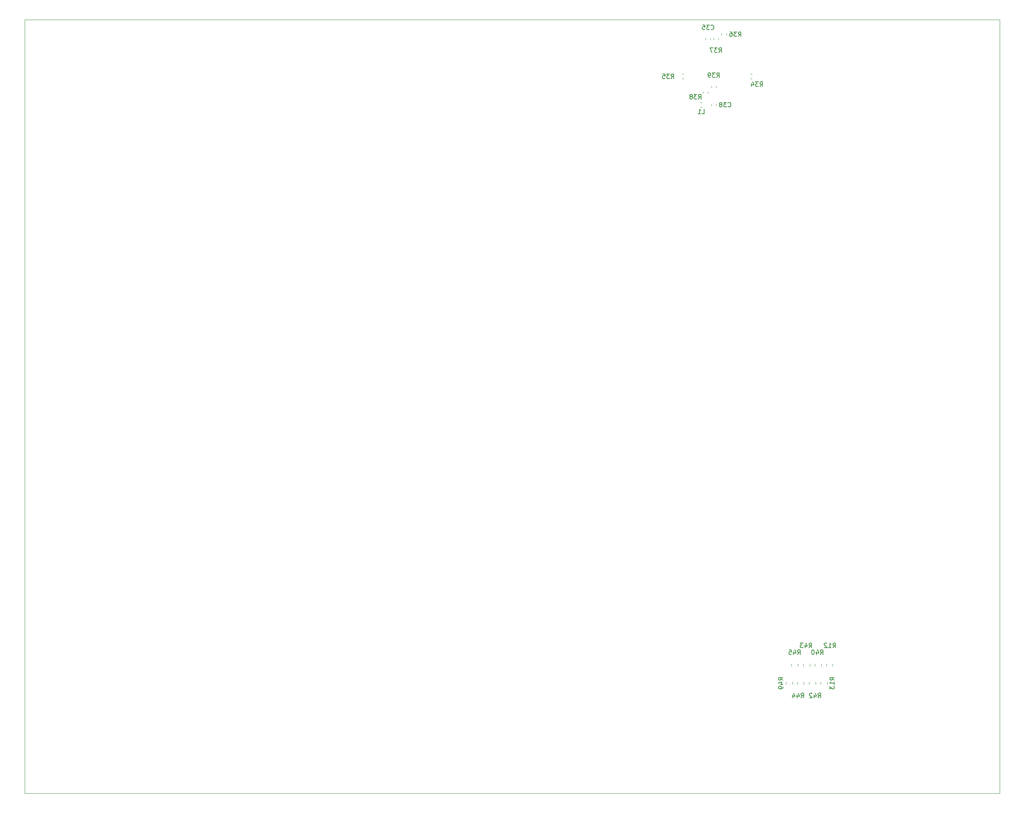
<source format=gbr>
%TF.GenerationSoftware,KiCad,Pcbnew,5.1.0-060a0da~80~ubuntu18.04.1*%
%TF.CreationDate,2019-04-17T18:28:31-04:00*%
%TF.ProjectId,C68,4336382e-6b69-4636-9164-5f7063625858,rev?*%
%TF.SameCoordinates,Original*%
%TF.FileFunction,Legend,Bot*%
%TF.FilePolarity,Positive*%
%FSLAX46Y46*%
G04 Gerber Fmt 4.6, Leading zero omitted, Abs format (unit mm)*
G04 Created by KiCad (PCBNEW 5.1.0-060a0da~80~ubuntu18.04.1) date 2019-04-17 18:28:31*
%MOMM*%
%LPD*%
G04 APERTURE LIST*
%ADD10C,0.050000*%
%ADD11C,0.120000*%
%ADD12C,0.150000*%
G04 APERTURE END LIST*
D10*
X304000000Y-210000000D02*
X90000000Y-210000000D01*
X304000000Y-40000000D02*
X304000000Y-210000000D01*
X90000000Y-40000000D02*
X304000000Y-40000000D01*
X90000000Y-210000000D02*
X90000000Y-40000000D01*
D11*
X240510000Y-44078733D02*
X240510000Y-44421267D01*
X239490000Y-44078733D02*
X239490000Y-44421267D01*
X241760000Y-58921267D02*
X241760000Y-58578733D01*
X240740000Y-58921267D02*
X240740000Y-58578733D01*
X238671267Y-59260000D02*
X238328733Y-59260000D01*
X238671267Y-58240000D02*
X238328733Y-58240000D01*
X249671267Y-51990000D02*
X249328733Y-51990000D01*
X249671267Y-53010000D02*
X249328733Y-53010000D01*
X234328733Y-51990000D02*
X234671267Y-51990000D01*
X234328733Y-53010000D02*
X234671267Y-53010000D01*
X244010000Y-43421267D02*
X244010000Y-43078733D01*
X242990000Y-43421267D02*
X242990000Y-43078733D01*
X242260000Y-44078733D02*
X242260000Y-44421267D01*
X241240000Y-44078733D02*
X241240000Y-44421267D01*
X240010000Y-56171267D02*
X240010000Y-55828733D01*
X238990000Y-56171267D02*
X238990000Y-55828733D01*
X241760000Y-54578733D02*
X241760000Y-54921267D01*
X240740000Y-54578733D02*
X240740000Y-54921267D01*
X267360000Y-182011252D02*
X267360000Y-181488748D01*
X265940000Y-182011252D02*
X265940000Y-181488748D01*
X264690000Y-186011252D02*
X264690000Y-185488748D01*
X266110000Y-186011252D02*
X266110000Y-185488748D01*
X264860000Y-182011252D02*
X264860000Y-181488748D01*
X263440000Y-182011252D02*
X263440000Y-181488748D01*
X262190000Y-186011252D02*
X262190000Y-185488748D01*
X263610000Y-186011252D02*
X263610000Y-185488748D01*
X262310000Y-182011252D02*
X262310000Y-181488748D01*
X260890000Y-182011252D02*
X260890000Y-181488748D01*
X259590000Y-186011252D02*
X259590000Y-185488748D01*
X261010000Y-186011252D02*
X261010000Y-185488748D01*
X259710000Y-182011252D02*
X259710000Y-181488748D01*
X258290000Y-182011252D02*
X258290000Y-181488748D01*
X258510000Y-186011252D02*
X258510000Y-185488748D01*
X257090000Y-186011252D02*
X257090000Y-185488748D01*
D12*
X240642857Y-42107142D02*
X240690476Y-42154761D01*
X240833333Y-42202380D01*
X240928571Y-42202380D01*
X241071428Y-42154761D01*
X241166666Y-42059523D01*
X241214285Y-41964285D01*
X241261904Y-41773809D01*
X241261904Y-41630952D01*
X241214285Y-41440476D01*
X241166666Y-41345238D01*
X241071428Y-41250000D01*
X240928571Y-41202380D01*
X240833333Y-41202380D01*
X240690476Y-41250000D01*
X240642857Y-41297619D01*
X240309523Y-41202380D02*
X239690476Y-41202380D01*
X240023809Y-41583333D01*
X239880952Y-41583333D01*
X239785714Y-41630952D01*
X239738095Y-41678571D01*
X239690476Y-41773809D01*
X239690476Y-42011904D01*
X239738095Y-42107142D01*
X239785714Y-42154761D01*
X239880952Y-42202380D01*
X240166666Y-42202380D01*
X240261904Y-42154761D01*
X240309523Y-42107142D01*
X238785714Y-41202380D02*
X239261904Y-41202380D01*
X239309523Y-41678571D01*
X239261904Y-41630952D01*
X239166666Y-41583333D01*
X238928571Y-41583333D01*
X238833333Y-41630952D01*
X238785714Y-41678571D01*
X238738095Y-41773809D01*
X238738095Y-42011904D01*
X238785714Y-42107142D01*
X238833333Y-42154761D01*
X238928571Y-42202380D01*
X239166666Y-42202380D01*
X239261904Y-42154761D01*
X239309523Y-42107142D01*
X244392857Y-59107142D02*
X244440476Y-59154761D01*
X244583333Y-59202380D01*
X244678571Y-59202380D01*
X244821428Y-59154761D01*
X244916666Y-59059523D01*
X244964285Y-58964285D01*
X245011904Y-58773809D01*
X245011904Y-58630952D01*
X244964285Y-58440476D01*
X244916666Y-58345238D01*
X244821428Y-58250000D01*
X244678571Y-58202380D01*
X244583333Y-58202380D01*
X244440476Y-58250000D01*
X244392857Y-58297619D01*
X244059523Y-58202380D02*
X243440476Y-58202380D01*
X243773809Y-58583333D01*
X243630952Y-58583333D01*
X243535714Y-58630952D01*
X243488095Y-58678571D01*
X243440476Y-58773809D01*
X243440476Y-59011904D01*
X243488095Y-59107142D01*
X243535714Y-59154761D01*
X243630952Y-59202380D01*
X243916666Y-59202380D01*
X244011904Y-59154761D01*
X244059523Y-59107142D01*
X242869047Y-58630952D02*
X242964285Y-58583333D01*
X243011904Y-58535714D01*
X243059523Y-58440476D01*
X243059523Y-58392857D01*
X243011904Y-58297619D01*
X242964285Y-58250000D01*
X242869047Y-58202380D01*
X242678571Y-58202380D01*
X242583333Y-58250000D01*
X242535714Y-58297619D01*
X242488095Y-58392857D01*
X242488095Y-58440476D01*
X242535714Y-58535714D01*
X242583333Y-58583333D01*
X242678571Y-58630952D01*
X242869047Y-58630952D01*
X242964285Y-58678571D01*
X243011904Y-58726190D01*
X243059523Y-58821428D01*
X243059523Y-59011904D01*
X243011904Y-59107142D01*
X242964285Y-59154761D01*
X242869047Y-59202380D01*
X242678571Y-59202380D01*
X242583333Y-59154761D01*
X242535714Y-59107142D01*
X242488095Y-59011904D01*
X242488095Y-58821428D01*
X242535714Y-58726190D01*
X242583333Y-58678571D01*
X242678571Y-58630952D01*
X238666666Y-60702380D02*
X239142857Y-60702380D01*
X239142857Y-59702380D01*
X237809523Y-60702380D02*
X238380952Y-60702380D01*
X238095238Y-60702380D02*
X238095238Y-59702380D01*
X238190476Y-59845238D01*
X238285714Y-59940476D01*
X238380952Y-59988095D01*
X251392857Y-54702380D02*
X251726190Y-54226190D01*
X251964285Y-54702380D02*
X251964285Y-53702380D01*
X251583333Y-53702380D01*
X251488095Y-53750000D01*
X251440476Y-53797619D01*
X251392857Y-53892857D01*
X251392857Y-54035714D01*
X251440476Y-54130952D01*
X251488095Y-54178571D01*
X251583333Y-54226190D01*
X251964285Y-54226190D01*
X251059523Y-53702380D02*
X250440476Y-53702380D01*
X250773809Y-54083333D01*
X250630952Y-54083333D01*
X250535714Y-54130952D01*
X250488095Y-54178571D01*
X250440476Y-54273809D01*
X250440476Y-54511904D01*
X250488095Y-54607142D01*
X250535714Y-54654761D01*
X250630952Y-54702380D01*
X250916666Y-54702380D01*
X251011904Y-54654761D01*
X251059523Y-54607142D01*
X249583333Y-54035714D02*
X249583333Y-54702380D01*
X249821428Y-53654761D02*
X250059523Y-54369047D01*
X249440476Y-54369047D01*
X231892857Y-52952380D02*
X232226190Y-52476190D01*
X232464285Y-52952380D02*
X232464285Y-51952380D01*
X232083333Y-51952380D01*
X231988095Y-52000000D01*
X231940476Y-52047619D01*
X231892857Y-52142857D01*
X231892857Y-52285714D01*
X231940476Y-52380952D01*
X231988095Y-52428571D01*
X232083333Y-52476190D01*
X232464285Y-52476190D01*
X231559523Y-51952380D02*
X230940476Y-51952380D01*
X231273809Y-52333333D01*
X231130952Y-52333333D01*
X231035714Y-52380952D01*
X230988095Y-52428571D01*
X230940476Y-52523809D01*
X230940476Y-52761904D01*
X230988095Y-52857142D01*
X231035714Y-52904761D01*
X231130952Y-52952380D01*
X231416666Y-52952380D01*
X231511904Y-52904761D01*
X231559523Y-52857142D01*
X230035714Y-51952380D02*
X230511904Y-51952380D01*
X230559523Y-52428571D01*
X230511904Y-52380952D01*
X230416666Y-52333333D01*
X230178571Y-52333333D01*
X230083333Y-52380952D01*
X230035714Y-52428571D01*
X229988095Y-52523809D01*
X229988095Y-52761904D01*
X230035714Y-52857142D01*
X230083333Y-52904761D01*
X230178571Y-52952380D01*
X230416666Y-52952380D01*
X230511904Y-52904761D01*
X230559523Y-52857142D01*
X246642857Y-43702380D02*
X246976190Y-43226190D01*
X247214285Y-43702380D02*
X247214285Y-42702380D01*
X246833333Y-42702380D01*
X246738095Y-42750000D01*
X246690476Y-42797619D01*
X246642857Y-42892857D01*
X246642857Y-43035714D01*
X246690476Y-43130952D01*
X246738095Y-43178571D01*
X246833333Y-43226190D01*
X247214285Y-43226190D01*
X246309523Y-42702380D02*
X245690476Y-42702380D01*
X246023809Y-43083333D01*
X245880952Y-43083333D01*
X245785714Y-43130952D01*
X245738095Y-43178571D01*
X245690476Y-43273809D01*
X245690476Y-43511904D01*
X245738095Y-43607142D01*
X245785714Y-43654761D01*
X245880952Y-43702380D01*
X246166666Y-43702380D01*
X246261904Y-43654761D01*
X246309523Y-43607142D01*
X244833333Y-42702380D02*
X245023809Y-42702380D01*
X245119047Y-42750000D01*
X245166666Y-42797619D01*
X245261904Y-42940476D01*
X245309523Y-43130952D01*
X245309523Y-43511904D01*
X245261904Y-43607142D01*
X245214285Y-43654761D01*
X245119047Y-43702380D01*
X244928571Y-43702380D01*
X244833333Y-43654761D01*
X244785714Y-43607142D01*
X244738095Y-43511904D01*
X244738095Y-43273809D01*
X244785714Y-43178571D01*
X244833333Y-43130952D01*
X244928571Y-43083333D01*
X245119047Y-43083333D01*
X245214285Y-43130952D01*
X245261904Y-43178571D01*
X245309523Y-43273809D01*
X242392857Y-47202380D02*
X242726190Y-46726190D01*
X242964285Y-47202380D02*
X242964285Y-46202380D01*
X242583333Y-46202380D01*
X242488095Y-46250000D01*
X242440476Y-46297619D01*
X242392857Y-46392857D01*
X242392857Y-46535714D01*
X242440476Y-46630952D01*
X242488095Y-46678571D01*
X242583333Y-46726190D01*
X242964285Y-46726190D01*
X242059523Y-46202380D02*
X241440476Y-46202380D01*
X241773809Y-46583333D01*
X241630952Y-46583333D01*
X241535714Y-46630952D01*
X241488095Y-46678571D01*
X241440476Y-46773809D01*
X241440476Y-47011904D01*
X241488095Y-47107142D01*
X241535714Y-47154761D01*
X241630952Y-47202380D01*
X241916666Y-47202380D01*
X242011904Y-47154761D01*
X242059523Y-47107142D01*
X241107142Y-46202380D02*
X240440476Y-46202380D01*
X240869047Y-47202380D01*
X237892857Y-57452380D02*
X238226190Y-56976190D01*
X238464285Y-57452380D02*
X238464285Y-56452380D01*
X238083333Y-56452380D01*
X237988095Y-56500000D01*
X237940476Y-56547619D01*
X237892857Y-56642857D01*
X237892857Y-56785714D01*
X237940476Y-56880952D01*
X237988095Y-56928571D01*
X238083333Y-56976190D01*
X238464285Y-56976190D01*
X237559523Y-56452380D02*
X236940476Y-56452380D01*
X237273809Y-56833333D01*
X237130952Y-56833333D01*
X237035714Y-56880952D01*
X236988095Y-56928571D01*
X236940476Y-57023809D01*
X236940476Y-57261904D01*
X236988095Y-57357142D01*
X237035714Y-57404761D01*
X237130952Y-57452380D01*
X237416666Y-57452380D01*
X237511904Y-57404761D01*
X237559523Y-57357142D01*
X236369047Y-56880952D02*
X236464285Y-56833333D01*
X236511904Y-56785714D01*
X236559523Y-56690476D01*
X236559523Y-56642857D01*
X236511904Y-56547619D01*
X236464285Y-56500000D01*
X236369047Y-56452380D01*
X236178571Y-56452380D01*
X236083333Y-56500000D01*
X236035714Y-56547619D01*
X235988095Y-56642857D01*
X235988095Y-56690476D01*
X236035714Y-56785714D01*
X236083333Y-56833333D01*
X236178571Y-56880952D01*
X236369047Y-56880952D01*
X236464285Y-56928571D01*
X236511904Y-56976190D01*
X236559523Y-57071428D01*
X236559523Y-57261904D01*
X236511904Y-57357142D01*
X236464285Y-57404761D01*
X236369047Y-57452380D01*
X236178571Y-57452380D01*
X236083333Y-57404761D01*
X236035714Y-57357142D01*
X235988095Y-57261904D01*
X235988095Y-57071428D01*
X236035714Y-56976190D01*
X236083333Y-56928571D01*
X236178571Y-56880952D01*
X241892857Y-52702380D02*
X242226190Y-52226190D01*
X242464285Y-52702380D02*
X242464285Y-51702380D01*
X242083333Y-51702380D01*
X241988095Y-51750000D01*
X241940476Y-51797619D01*
X241892857Y-51892857D01*
X241892857Y-52035714D01*
X241940476Y-52130952D01*
X241988095Y-52178571D01*
X242083333Y-52226190D01*
X242464285Y-52226190D01*
X241559523Y-51702380D02*
X240940476Y-51702380D01*
X241273809Y-52083333D01*
X241130952Y-52083333D01*
X241035714Y-52130952D01*
X240988095Y-52178571D01*
X240940476Y-52273809D01*
X240940476Y-52511904D01*
X240988095Y-52607142D01*
X241035714Y-52654761D01*
X241130952Y-52702380D01*
X241416666Y-52702380D01*
X241511904Y-52654761D01*
X241559523Y-52607142D01*
X240464285Y-52702380D02*
X240273809Y-52702380D01*
X240178571Y-52654761D01*
X240130952Y-52607142D01*
X240035714Y-52464285D01*
X239988095Y-52273809D01*
X239988095Y-51892857D01*
X240035714Y-51797619D01*
X240083333Y-51750000D01*
X240178571Y-51702380D01*
X240369047Y-51702380D01*
X240464285Y-51750000D01*
X240511904Y-51797619D01*
X240559523Y-51892857D01*
X240559523Y-52130952D01*
X240511904Y-52226190D01*
X240464285Y-52273809D01*
X240369047Y-52321428D01*
X240178571Y-52321428D01*
X240083333Y-52273809D01*
X240035714Y-52226190D01*
X239988095Y-52130952D01*
X267392857Y-177952380D02*
X267726190Y-177476190D01*
X267964285Y-177952380D02*
X267964285Y-176952380D01*
X267583333Y-176952380D01*
X267488095Y-177000000D01*
X267440476Y-177047619D01*
X267392857Y-177142857D01*
X267392857Y-177285714D01*
X267440476Y-177380952D01*
X267488095Y-177428571D01*
X267583333Y-177476190D01*
X267964285Y-177476190D01*
X266440476Y-177952380D02*
X267011904Y-177952380D01*
X266726190Y-177952380D02*
X266726190Y-176952380D01*
X266821428Y-177095238D01*
X266916666Y-177190476D01*
X267011904Y-177238095D01*
X266059523Y-177047619D02*
X266011904Y-177000000D01*
X265916666Y-176952380D01*
X265678571Y-176952380D01*
X265583333Y-177000000D01*
X265535714Y-177047619D01*
X265488095Y-177142857D01*
X265488095Y-177238095D01*
X265535714Y-177380952D01*
X266107142Y-177952380D01*
X265488095Y-177952380D01*
X267702380Y-185107142D02*
X267226190Y-184773809D01*
X267702380Y-184535714D02*
X266702380Y-184535714D01*
X266702380Y-184916666D01*
X266750000Y-185011904D01*
X266797619Y-185059523D01*
X266892857Y-185107142D01*
X267035714Y-185107142D01*
X267130952Y-185059523D01*
X267178571Y-185011904D01*
X267226190Y-184916666D01*
X267226190Y-184535714D01*
X267702380Y-186059523D02*
X267702380Y-185488095D01*
X267702380Y-185773809D02*
X266702380Y-185773809D01*
X266845238Y-185678571D01*
X266940476Y-185583333D01*
X266988095Y-185488095D01*
X266702380Y-186392857D02*
X266702380Y-187011904D01*
X267083333Y-186678571D01*
X267083333Y-186821428D01*
X267130952Y-186916666D01*
X267178571Y-186964285D01*
X267273809Y-187011904D01*
X267511904Y-187011904D01*
X267607142Y-186964285D01*
X267654761Y-186916666D01*
X267702380Y-186821428D01*
X267702380Y-186535714D01*
X267654761Y-186440476D01*
X267607142Y-186392857D01*
X264642857Y-179452380D02*
X264976190Y-178976190D01*
X265214285Y-179452380D02*
X265214285Y-178452380D01*
X264833333Y-178452380D01*
X264738095Y-178500000D01*
X264690476Y-178547619D01*
X264642857Y-178642857D01*
X264642857Y-178785714D01*
X264690476Y-178880952D01*
X264738095Y-178928571D01*
X264833333Y-178976190D01*
X265214285Y-178976190D01*
X263785714Y-178785714D02*
X263785714Y-179452380D01*
X264023809Y-178404761D02*
X264261904Y-179119047D01*
X263642857Y-179119047D01*
X263071428Y-178452380D02*
X262976190Y-178452380D01*
X262880952Y-178500000D01*
X262833333Y-178547619D01*
X262785714Y-178642857D01*
X262738095Y-178833333D01*
X262738095Y-179071428D01*
X262785714Y-179261904D01*
X262833333Y-179357142D01*
X262880952Y-179404761D01*
X262976190Y-179452380D01*
X263071428Y-179452380D01*
X263166666Y-179404761D01*
X263214285Y-179357142D01*
X263261904Y-179261904D01*
X263309523Y-179071428D01*
X263309523Y-178833333D01*
X263261904Y-178642857D01*
X263214285Y-178547619D01*
X263166666Y-178500000D01*
X263071428Y-178452380D01*
X264142857Y-188952380D02*
X264476190Y-188476190D01*
X264714285Y-188952380D02*
X264714285Y-187952380D01*
X264333333Y-187952380D01*
X264238095Y-188000000D01*
X264190476Y-188047619D01*
X264142857Y-188142857D01*
X264142857Y-188285714D01*
X264190476Y-188380952D01*
X264238095Y-188428571D01*
X264333333Y-188476190D01*
X264714285Y-188476190D01*
X263285714Y-188285714D02*
X263285714Y-188952380D01*
X263523809Y-187904761D02*
X263761904Y-188619047D01*
X263142857Y-188619047D01*
X262809523Y-188047619D02*
X262761904Y-188000000D01*
X262666666Y-187952380D01*
X262428571Y-187952380D01*
X262333333Y-188000000D01*
X262285714Y-188047619D01*
X262238095Y-188142857D01*
X262238095Y-188238095D01*
X262285714Y-188380952D01*
X262857142Y-188952380D01*
X262238095Y-188952380D01*
X262142857Y-177952380D02*
X262476190Y-177476190D01*
X262714285Y-177952380D02*
X262714285Y-176952380D01*
X262333333Y-176952380D01*
X262238095Y-177000000D01*
X262190476Y-177047619D01*
X262142857Y-177142857D01*
X262142857Y-177285714D01*
X262190476Y-177380952D01*
X262238095Y-177428571D01*
X262333333Y-177476190D01*
X262714285Y-177476190D01*
X261285714Y-177285714D02*
X261285714Y-177952380D01*
X261523809Y-176904761D02*
X261761904Y-177619047D01*
X261142857Y-177619047D01*
X260857142Y-176952380D02*
X260238095Y-176952380D01*
X260571428Y-177333333D01*
X260428571Y-177333333D01*
X260333333Y-177380952D01*
X260285714Y-177428571D01*
X260238095Y-177523809D01*
X260238095Y-177761904D01*
X260285714Y-177857142D01*
X260333333Y-177904761D01*
X260428571Y-177952380D01*
X260714285Y-177952380D01*
X260809523Y-177904761D01*
X260857142Y-177857142D01*
X260392857Y-188952380D02*
X260726190Y-188476190D01*
X260964285Y-188952380D02*
X260964285Y-187952380D01*
X260583333Y-187952380D01*
X260488095Y-188000000D01*
X260440476Y-188047619D01*
X260392857Y-188142857D01*
X260392857Y-188285714D01*
X260440476Y-188380952D01*
X260488095Y-188428571D01*
X260583333Y-188476190D01*
X260964285Y-188476190D01*
X259535714Y-188285714D02*
X259535714Y-188952380D01*
X259773809Y-187904761D02*
X260011904Y-188619047D01*
X259392857Y-188619047D01*
X258583333Y-188285714D02*
X258583333Y-188952380D01*
X258821428Y-187904761D02*
X259059523Y-188619047D01*
X258440476Y-188619047D01*
X259642857Y-179452380D02*
X259976190Y-178976190D01*
X260214285Y-179452380D02*
X260214285Y-178452380D01*
X259833333Y-178452380D01*
X259738095Y-178500000D01*
X259690476Y-178547619D01*
X259642857Y-178642857D01*
X259642857Y-178785714D01*
X259690476Y-178880952D01*
X259738095Y-178928571D01*
X259833333Y-178976190D01*
X260214285Y-178976190D01*
X258785714Y-178785714D02*
X258785714Y-179452380D01*
X259023809Y-178404761D02*
X259261904Y-179119047D01*
X258642857Y-179119047D01*
X257785714Y-178452380D02*
X258261904Y-178452380D01*
X258309523Y-178928571D01*
X258261904Y-178880952D01*
X258166666Y-178833333D01*
X257928571Y-178833333D01*
X257833333Y-178880952D01*
X257785714Y-178928571D01*
X257738095Y-179023809D01*
X257738095Y-179261904D01*
X257785714Y-179357142D01*
X257833333Y-179404761D01*
X257928571Y-179452380D01*
X258166666Y-179452380D01*
X258261904Y-179404761D01*
X258309523Y-179357142D01*
X256452380Y-185107142D02*
X255976190Y-184773809D01*
X256452380Y-184535714D02*
X255452380Y-184535714D01*
X255452380Y-184916666D01*
X255500000Y-185011904D01*
X255547619Y-185059523D01*
X255642857Y-185107142D01*
X255785714Y-185107142D01*
X255880952Y-185059523D01*
X255928571Y-185011904D01*
X255976190Y-184916666D01*
X255976190Y-184535714D01*
X255785714Y-185964285D02*
X256452380Y-185964285D01*
X255404761Y-185726190D02*
X256119047Y-185488095D01*
X256119047Y-186107142D01*
X256452380Y-186535714D02*
X256452380Y-186726190D01*
X256404761Y-186821428D01*
X256357142Y-186869047D01*
X256214285Y-186964285D01*
X256023809Y-187011904D01*
X255642857Y-187011904D01*
X255547619Y-186964285D01*
X255500000Y-186916666D01*
X255452380Y-186821428D01*
X255452380Y-186630952D01*
X255500000Y-186535714D01*
X255547619Y-186488095D01*
X255642857Y-186440476D01*
X255880952Y-186440476D01*
X255976190Y-186488095D01*
X256023809Y-186535714D01*
X256071428Y-186630952D01*
X256071428Y-186821428D01*
X256023809Y-186916666D01*
X255976190Y-186964285D01*
X255880952Y-187011904D01*
M02*

</source>
